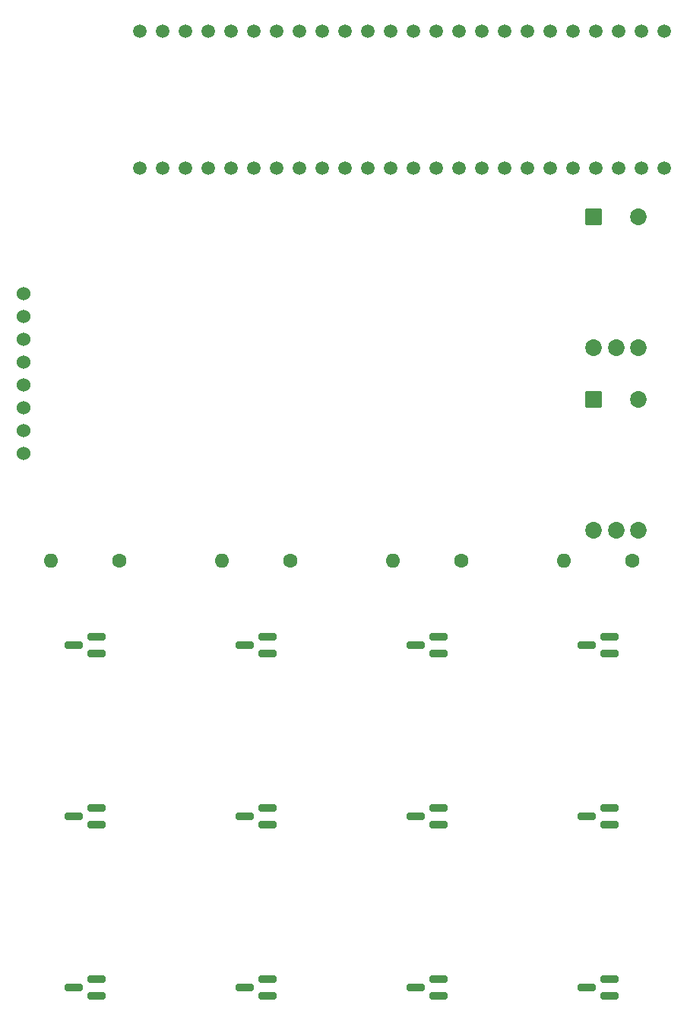
<source format=gbs>
%TF.GenerationSoftware,KiCad,Pcbnew,7.0.8*%
%TF.CreationDate,2024-07-17T11:45:19-04:00*%
%TF.ProjectId,analog-macropad,616e616c-6f67-42d6-9d61-63726f706164,v01*%
%TF.SameCoordinates,Original*%
%TF.FileFunction,Soldermask,Bot*%
%TF.FilePolarity,Negative*%
%FSLAX46Y46*%
G04 Gerber Fmt 4.6, Leading zero omitted, Abs format (unit mm)*
G04 Created by KiCad (PCBNEW 7.0.8) date 2024-07-17 11:45:19*
%MOMM*%
%LPD*%
G01*
G04 APERTURE LIST*
G04 Aperture macros list*
%AMRoundRect*
0 Rectangle with rounded corners*
0 $1 Rounding radius*
0 $2 $3 $4 $5 $6 $7 $8 $9 X,Y pos of 4 corners*
0 Add a 4 corners polygon primitive as box body*
4,1,4,$2,$3,$4,$5,$6,$7,$8,$9,$2,$3,0*
0 Add four circle primitives for the rounded corners*
1,1,$1+$1,$2,$3*
1,1,$1+$1,$4,$5*
1,1,$1+$1,$6,$7*
1,1,$1+$1,$8,$9*
0 Add four rect primitives between the rounded corners*
20,1,$1+$1,$2,$3,$4,$5,0*
20,1,$1+$1,$4,$5,$6,$7,0*
20,1,$1+$1,$6,$7,$8,$9,0*
20,1,$1+$1,$8,$9,$2,$3,0*%
G04 Aperture macros list end*
%ADD10C,1.854000*%
%ADD11RoundRect,0.102000X-0.825000X-0.825000X0.825000X-0.825000X0.825000X0.825000X-0.825000X0.825000X0*%
%ADD12C,1.600000*%
%ADD13O,1.600000X1.600000*%
%ADD14RoundRect,0.175750X-0.840450X-0.221250X0.840450X-0.221250X0.840450X0.221250X-0.840450X0.221250X0*%
%ADD15RoundRect,0.175750X-0.841450X-0.221250X0.841450X-0.221250X0.841450X0.221250X-0.841450X0.221250X0*%
%ADD16C,1.512000*%
%ADD17C,1.524000*%
G04 APERTURE END LIST*
D10*
%TO.C,RS1*%
X167680000Y-71508000D03*
X170180000Y-71508000D03*
X172680000Y-71508000D03*
D11*
X167680000Y-57008000D03*
D10*
X172680000Y-57008000D03*
%TD*%
D12*
%TO.C,10k*%
X152908000Y-95250000D03*
D13*
X145288000Y-95250000D03*
%TD*%
D14*
%TO.C,U8*%
X150368200Y-103698000D03*
X150368200Y-105598000D03*
D15*
X147828800Y-104648000D03*
%TD*%
D14*
%TO.C,U13*%
X169418200Y-141798000D03*
X169418200Y-143698000D03*
D15*
X166878800Y-142748000D03*
%TD*%
D14*
%TO.C,U7*%
X131318200Y-141798000D03*
X131318200Y-143698000D03*
D15*
X128778800Y-142748000D03*
%TD*%
D10*
%TO.C,RS2*%
X167680000Y-91828000D03*
X170180000Y-91828000D03*
X172680000Y-91828000D03*
D11*
X167680000Y-77328000D03*
D10*
X172680000Y-77328000D03*
%TD*%
D14*
%TO.C,U3*%
X112268200Y-122748000D03*
X112268200Y-124648000D03*
D15*
X109728800Y-123698000D03*
%TD*%
D14*
%TO.C,U10*%
X150368200Y-141798000D03*
X150368200Y-143698000D03*
D15*
X147828800Y-142748000D03*
%TD*%
D14*
%TO.C,U9*%
X150368200Y-122748000D03*
X150368200Y-124648000D03*
D15*
X147828800Y-123698000D03*
%TD*%
D16*
%TO.C,U1*%
X172974000Y-36322000D03*
X170434000Y-36322000D03*
X167894000Y-36322000D03*
X165354000Y-36322000D03*
X139954000Y-36322000D03*
X170434000Y-51562000D03*
X162814000Y-36322000D03*
X160274000Y-36322000D03*
X157734000Y-36322000D03*
X155194000Y-36322000D03*
X152654000Y-36322000D03*
X150114000Y-36322000D03*
X147574000Y-36322000D03*
X145034000Y-36322000D03*
X142494000Y-36322000D03*
X142494000Y-51562000D03*
X145034000Y-51562000D03*
X147574000Y-51562000D03*
X150114000Y-51562000D03*
X152654000Y-51562000D03*
X155194000Y-51562000D03*
X157734000Y-51562000D03*
X160274000Y-51562000D03*
X162814000Y-51562000D03*
X165354000Y-51562000D03*
X167894000Y-51562000D03*
X137414000Y-36322000D03*
X134874000Y-36322000D03*
X132334000Y-36322000D03*
X129794000Y-36322000D03*
X127254000Y-36322000D03*
X124714000Y-36322000D03*
X122174000Y-36322000D03*
X119634000Y-36322000D03*
X117094000Y-36322000D03*
X117094000Y-51562000D03*
X119634000Y-51562000D03*
X122174000Y-51562000D03*
X124714000Y-51562000D03*
X127254000Y-51562000D03*
X129794000Y-51562000D03*
X132334000Y-51562000D03*
X134874000Y-51562000D03*
X137414000Y-51562000D03*
X175514000Y-36322000D03*
X139954000Y-51562000D03*
X172974000Y-51562000D03*
X175514000Y-51562000D03*
%TD*%
D12*
%TO.C,10k*%
X114808000Y-95250000D03*
D13*
X107188000Y-95250000D03*
%TD*%
D14*
%TO.C,U12*%
X169418200Y-122748000D03*
X169418200Y-124648000D03*
D15*
X166878800Y-123698000D03*
%TD*%
D17*
%TO.C,U14*%
X104140000Y-65532000D03*
X104140000Y-68072000D03*
X104140000Y-70612000D03*
X104140000Y-73152000D03*
X104140000Y-75692000D03*
X104140000Y-78232000D03*
X104140000Y-80772000D03*
X104140000Y-83312000D03*
%TD*%
D12*
%TO.C,10k*%
X133858000Y-95250000D03*
D13*
X126238000Y-95250000D03*
%TD*%
D14*
%TO.C,U2*%
X112269200Y-103698000D03*
X112269200Y-105598000D03*
D15*
X109729800Y-104648000D03*
%TD*%
D14*
%TO.C,U4*%
X112268200Y-141798000D03*
X112268200Y-143698000D03*
D15*
X109728800Y-142748000D03*
%TD*%
D14*
%TO.C,U6*%
X131318200Y-122748000D03*
X131318200Y-124648000D03*
D15*
X128778800Y-123698000D03*
%TD*%
D12*
%TO.C,10k*%
X171958000Y-95250000D03*
D13*
X164338000Y-95250000D03*
%TD*%
D14*
%TO.C,U11*%
X169418200Y-103698000D03*
X169418200Y-105598000D03*
D15*
X166878800Y-104648000D03*
%TD*%
D14*
%TO.C,U5*%
X131318200Y-103698000D03*
X131318200Y-105598000D03*
D15*
X128778800Y-104648000D03*
%TD*%
M02*

</source>
